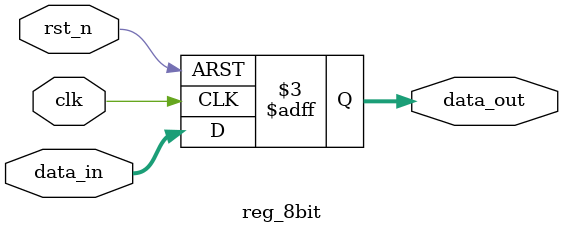
<source format=v>
`timescale 1 ns / 1 ps 
module reg_8bit(clk, rst_n, data_in, data_out);

input clk, rst_n;
input [7:0] data_in;
output reg [7:0] data_out;

always @(posedge clk, negedge rst_n) begin
	if(!rst_n) begin
		data_out <=0;
	end else begin
		data_out <= data_in;
	end
end
endmodule

</source>
